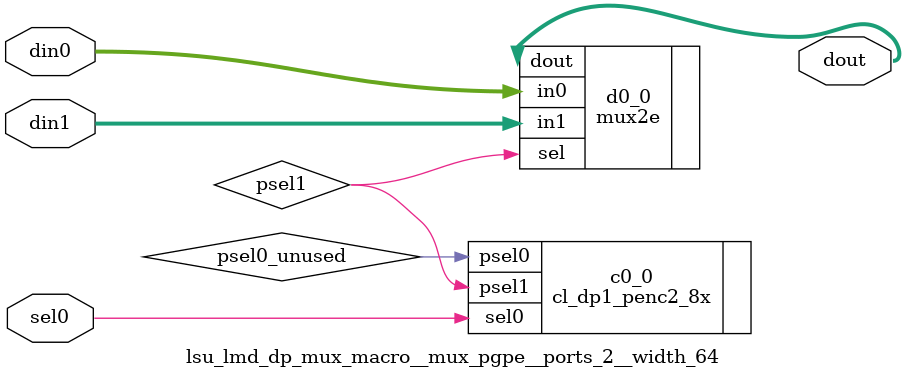
<source format=v>
module lsu_lmd_dp (
  lmc_lmq_enable_b, 
  lmc_lmq_bypass_en, 
  lmc_pcx_sel_p4, 
  lmc_byp_sel_e, 
  lmc_thrd_byp_sel_m, 
  lmc_lmq0_byp_sel, 
  lmc_lmq1_byp_sel, 
  lmc_lmq2_byp_sel, 
  lmc_lmq3_byp_sel, 
  lmc_lmq4_byp_sel, 
  lmc_lmq5_byp_sel, 
  lmc_lmq6_byp_sel, 
  lmc_lmq7_byp_sel, 
  lmc_bld_addr54, 
  lmc_bld_req, 
  lmc_bld_req_, 
  lmc_lmd_ncache_b, 
  lmc_rd_update, 
  lmc_ld_unfilled, 
  lmc_bist_or_diag_e, 
  lmc_byp_data_hi, 
  lmc_byp_data_enable, 
  dcc_ld_miss_ctl, 
  dcc_perr_enc_b, 
  dcc_l2fill_vld_m, 
  dcc_cache_diag_wr_b, 
  stb_ram_data, 
  ard_pid_data, 
  stb_st_addr_b, 
  sbd_st_addr_b, 
  sbd_st_data_b, 
  stb_ldxa_asi_data_w, 
  lsu_va_b, 
  lsu_va_w, 
  cid_fill_data_e, 
  cid_st_data_sel, 
  cid_tid, 
  lsu_cpx_cpkt, 
  dcs_ldxa_asi_data_w, 
  cic_diag_data_sel_e, 
  mbi_wdata, 
  lmc_mbi_run, 
  lmd_addrb2, 
  lmd_asi_ld, 
  lmd_asi_indet, 
  lmd_sec_cmp_b, 
  lmd_ld_addr_m, 
  lmd_fill_sz_b0_e, 
  lmd_bendian_m, 
  lmd_sxt_fsr_m, 
  lmd_fill_way_e, 
  lmd_fill_way_m, 
  lmd_sz_m, 
  lmd_fpld_m, 
  lmd_rd_e, 
  lmd_rd_m, 
  lmd_fpodd32b_m, 
  lmd_fp32b_m, 
  lmd_bypass_data_m, 
  lmd_fill_data_e, 
  lmd_fill_or_byp_data_m, 
  lmd_misc_msb_m, 
  lmd_fill_addr_e, 
  lmd_fill_addr_m, 
  lmd_wrtag_parity_e, 
  lmd_pcx_rqtyp, 
  lmd_pcx_nc, 
  lmd_pcx_pref, 
  lmd_pcx_rway, 
  lmd_pcx_addr, 
  lmd_asi_rngf, 
  lmd_asi_type, 
  lmd_asi_asi, 
  lmd_sz_b1, 
  lmd_sz_b0, 
  lmd_ldbl, 
  lmd_dc_err_e, 
  lsu_ifu_ld_index, 
  lsu_ext_int_type, 
  lsu_ext_int_vec, 
  lsu_ext_int_tid, 
  l2clk, 
  scan_in, 
  tcu_pce_ov, 
  tcu_scan_en, 
  spc_aclk, 
  spc_bclk, 
  scan_out);
wire stop;
wire se;
wire pce_ov;
wire siclk;
wire soclk;
wire [39:0] ld_addr_b;
wire [12:11] lsu_va_b_unused;
wire wrtag_parity_b;
wire [63:0] ld_miss_pkt;
wire ctl_unused;
wire [63:0] lmq7_pkt;
wire [63:0] lmq6_pkt;
wire [63:0] lmq5_pkt;
wire [63:0] lmq4_pkt;
wire [63:0] lmq3_pkt;
wire [63:0] lmq2_pkt;
wire [63:0] lmq1_pkt;
wire [63:0] lmq0_pkt;
wire [2:0] rd7_plus1;
wire [2:0] rd6_plus1;
wire [2:0] rd5_plus1;
wire [2:0] rd4_plus1;
wire [2:0] rd3_plus1;
wire [2:0] rd2_plus1;
wire [2:0] rd1_plus1;
wire [2:0] rd0_plus1;
wire [63:0] rd_update_pkt0;
wire [63:0] rd_update_pkt1;
wire [63:0] rd_update_pkt2;
wire [63:0] rd_update_pkt3;
wire [63:0] rd_update_pkt4;
wire [63:0] rd_update_pkt5;
wire [63:0] rd_update_pkt6;
wire [63:0] rd_update_pkt7;
wire dff_lmq0_scanin;
wire dff_lmq0_scanout;
wire dff_lmq1_scanin;
wire dff_lmq1_scanout;
wire dff_lmq2_scanin;
wire dff_lmq2_scanout;
wire dff_lmq3_scanin;
wire dff_lmq3_scanout;
wire dff_lmq4_scanin;
wire dff_lmq4_scanout;
wire dff_lmq5_scanin;
wire dff_lmq5_scanout;
wire dff_lmq6_scanin;
wire dff_lmq6_scanout;
wire dff_lmq7_scanin;
wire dff_lmq7_scanout;
wire [10:5] ifu_ld_index;
wire [39:4] cmp_addr;
wire [7:0] sec_cmp_lo;
wire [7:0] sec_cmp_hi;
wire pcx_pkt_b55;
wire [49:0] pcx_pkt;
wire [5:4] pcx_addr;
wire [49:0] lmd_pcx_pkt;
wire lmd_fpodd32b_e;
wire lmd_fp32b_e;
wire lmd_fpld_e;
wire lmd_sxt_fsr_e;
wire lmd_bendian_e;
wire [4:0] rd_e;
wire [1:0] lmd_sz_e;
wire [2:0] ld_addr_e;
wire [44:0] lmq0_or_diag;
wire [44:0] lmd_muxdata_e;
wire [30:2] diag_data_w_buf;
wire [39:11] diag_addr_e;
wire wrtag_parity_w;
wire dff_lmq_data_m_scanin;
wire dff_lmq_data_m_scanout;
wire [63:0] st_data_b;
wire [63:0] stb_ram_data_buf;
wire [63:0] stb_ldxa_asi_data_w_buf;
wire [63:0] ard_pid_data_buf;
wire [63:0] dcs_ldxa_asi_data_w_buf;
wire dff_ldbyp0_scanin;
wire dff_ldbyp0_scanout;
wire [63:0] lmq0_bypass_data;
wire dff_ldbyp1_scanin;
wire dff_ldbyp1_scanout;
wire [63:0] lmq1_bypass_data;
wire dff_ldbyp2_scanin;
wire dff_ldbyp2_scanout;
wire [63:0] lmq2_bypass_data;
wire dff_ldbyp3_scanin;
wire dff_ldbyp3_scanout;
wire [63:0] lmq3_bypass_data;
wire dff_ldbyp4_scanin;
wire dff_ldbyp4_scanout;
wire [63:0] lmq4_bypass_data;
wire dff_ldbyp5_scanin;
wire dff_ldbyp5_scanout;
wire [63:0] lmq5_bypass_data;
wire dff_ldbyp6_scanin;
wire dff_ldbyp6_scanout;
wire [63:0] lmq6_bypass_data;
wire dff_ldbyp7_scanin;
wire dff_ldbyp7_scanout;
wire [63:0] lmq7_bypass_data;
wire [63:0] bypass_data_m;
wire dff_st_data_w_scanin;
wire dff_st_data_w_scanout;
wire [63:0] diag_data_w;
wire [127:0] fill_data_e;
wire byp_half_sel_scanin;
wire byp_half_sel_scanout;
wire [63:0] fill_data_m;


input	[7:0]	lmc_lmq_enable_b;	// Load enables for LMQ flops (threaded)
input	[7:0]	lmc_lmq_bypass_en;	// Load enables for LMQ bypass registers
input	[7:0]	lmc_pcx_sel_p4;		// Mux the selected thread 
input	[7:0]	lmc_byp_sel_e;		// Thread select for fill/bypass
input	[7:0]	lmc_thrd_byp_sel_m;	// Thread select for bypass register
input	[4:0]	lmc_lmq0_byp_sel;	// source selects for load bypass registers
input	[4:0]	lmc_lmq1_byp_sel;	// source selects for load bypass registers
input	[4:0]	lmc_lmq2_byp_sel;	// source selects for load bypass registers
input	[4:0]	lmc_lmq3_byp_sel;	// source selects for load bypass registers
input	[4:0]	lmc_lmq4_byp_sel;	// source selects for load bypass registers
input	[4:0]	lmc_lmq5_byp_sel;	// source selects for load bypass registers
input	[4:0]	lmc_lmq6_byp_sel;	// source selects for load bypass registers
input	[4:0]	lmc_lmq7_byp_sel;	// source selects for load bypass registers
input	[1:0]	lmc_bld_addr54;		// Block load address modifier
input		lmc_bld_req;		// Current request is for block load
input		lmc_bld_req_;
input		lmc_lmd_ncache_b;
input	[7:0]	lmc_rd_update;
input	[7:0]	lmc_ld_unfilled;
input		lmc_bist_or_diag_e;
input		lmc_byp_data_hi;
input		lmc_byp_data_enable;

input	[60:40]	dcc_ld_miss_ctl;	// Load miss packet info
input	[1:0]	dcc_perr_enc_b;		// D$ parity error encoding
input		dcc_l2fill_vld_m;
input		dcc_cache_diag_wr_b;

input	[63:0]	stb_ram_data;		// stb data for RAW bypass
input	[63:0]	ard_pid_data;		// asi load data
input	[39:13]	stb_st_addr_b;		// should be equal to tlb_pgnum for normal loads
input	[12:11]	sbd_st_addr_b;
input	[63:0]	sbd_st_data_b;		// for CAS
input	[63:0]	stb_ldxa_asi_data_w;
input	[12:0]	lsu_va_b;
input	[12:3]	lsu_va_w;

input	[127:0]	cid_fill_data_e;	// cpx fill data
input		cid_st_data_sel;
input	[2:0]	cid_tid;
input	[8:6]	lsu_cpx_cpkt;

input	[63:0]	dcs_ldxa_asi_data_w;

input		cic_diag_data_sel_e;

input	[7:0]	mbi_wdata;
input		lmc_mbi_run;

output		lmd_addrb2;
output	[7:0]	lmd_asi_ld;		// ASI type flag for each thread
output	[7:0]	lmd_asi_indet;		// ASI type flag for each thread
output	[7:0]	lmd_sec_cmp_b;		// Secondary load indicators

// Data for fills and bypass
output	[2:0]	lmd_ld_addr_m;
output		lmd_fill_sz_b0_e;
output		lmd_bendian_m;		// Endian bit for load misses
output		lmd_sxt_fsr_m;		// Sign extend / LDFSR for load misses
output	[1:0]	lmd_fill_way_e;		// Replacement way for fill data write
output	[1:0]	lmd_fill_way_m;		// Replacement way for fill data write
output	[1:0]	lmd_sz_m;		// Size bits from LMQ
output		lmd_fpld_m;		// Load was floating point
output	[2:1]	lmd_rd_e;		// Dest. register address
output	[4:0]	lmd_rd_m;		// Dest. register address
output		lmd_fpodd32b_m;
output		lmd_fp32b_m;
output	[63:0]	lmd_bypass_data_m;
output	[127:0]	lmd_fill_data_e;
output	[63:0]	lmd_fill_or_byp_data_m;
output	[7:0]	lmd_misc_msb_m;
output	[39:3]	lmd_fill_addr_e;
output	[10:4]	lmd_fill_addr_m;
output		lmd_wrtag_parity_e;

output	[2:0]	lmd_pcx_rqtyp;
output		lmd_pcx_nc;
output		lmd_pcx_pref;
output	[1:0]	lmd_pcx_rway;
output	[39:0]	lmd_pcx_addr;
output		lmd_asi_rngf;
output	[1:0]	lmd_asi_type;
output	[7:0]	lmd_asi_asi;
output		lmd_sz_b1;
output		lmd_sz_b0;
output		lmd_ldbl;
output	[1:0]	lmd_dc_err_e;

output	[10:5]	lsu_ifu_ld_index;
output	[1:0]	lsu_ext_int_type;
output	[5:0]	lsu_ext_int_vec;
output	[2:0]	lsu_ext_int_tid;

// Globals
input		l2clk;
input 		scan_in;
input 		tcu_pce_ov;		// scan signals
input		tcu_scan_en;
input 		spc_aclk;
input 		spc_bclk;
output		scan_out;

// scan renames
assign stop = 1'b0;
// end scan

lsu_lmd_dp_buff_macro__dbuff_32x__rep_1__stack_none__width_4 test_rep0  (
	.din ({tcu_scan_en,tcu_pce_ov,spc_aclk,spc_bclk}),
	.dout({se,pce_ov,siclk,soclk})
);

`define LMQ_TPAR        61
`define LMQ_ASI 	60
`define LMQ_FPODD32 	59
`define LMQ_FP32 	58
`define LMQ_FPLD 	57
`define LMQ_SIGNEXT 	56
`define LMQ_BIGEND 	55
`define LMQ_RD_HI       54
`define LMQ_RD_LO       50
`define LMQ_LDD         49
`define LMQ_SZ_HI       48
`define LMQ_SZ_LO       47
`define LMQ_RQ_HI       46
`define LMQ_RQ_LO       44
`define LMQ_NC  	43
`define LMQ_PREF 	42
`define LMQ_WY_HI       41
`define LMQ_WY_LO       40
`define LMQ_AD_HI       39
`define LMQ_AD_LO       0
`define LMQ_ASI_IND	56
`define LMQ_ASI_TYPE	48
`define LMQ_ASI_HI	47
`define LMQ_ASI_LO	40

////////////////////////////////////////////////////////////////////////////////
// Format of the load miss buffer
//
// MEM format
//
// 63:62 - parity error info
// 61    - wrtag_parity
// 60    - ASI			- (==0 for memory access)
// 59    - fpodd32		- 32 bit fp load to odd Rd
// 58    - fp32			- 32 bit fp load
// 57    - fp_ld		- load is floating point
// 56    - sign_ext/fsr		- data requires sign extension or is LDFSR
// 55    - bendian		- big endian access
// 54:50 - rd[4:0]		- destination register
// 49	 - ldst_dbl		- instruction is LDD (requires two returns)
// 48:47 - sz[1:0]		- size
// 46:44 - rqtyp[2:0]		- request type
// 43    - nc			- non-cacheable load
// 42    - prefetch		- prefetch instruction
// 41:40 - way[1:0]		- replacement way
// 39:13 - pgnum[39:13]		- translated addr.
// 12:0  - va[12:0]		-
//
// ASI format
//
// 63:62 - unused
// 61    - unused
// 60    - ASI			- (==1 for ASI access)
// 59:57 - unused
// 56    - indeterminate flag
// 55    - fast/local ring	- 1=fast
// 54:50 - rd[4:0]
// 49:48 - ASI type (00-ASI,01-ASR,10-PR,11-HPR)
// 47:40 - ASI
// 39:0  - address

lsu_lmd_dp_buff_macro__rep_1__stack_64c__width_40 ld_addr_buf   (
	.din	({stb_st_addr_b[39:13],sbd_st_addr_b[12:11],lsu_va_b[10:0]}),
	.dout	(ld_addr_b[39:0])
);

// Leave lsu_va_b[12:11] at this level because verfication bench needs it.
assign lsu_va_b_unused[12:11] = lsu_va_b[12:11];

////////////////////////////////////////////////////////////////////////////////
// LMQ flops.  One for each thread.
////////////////////////////////////////////////////////////////////////////////

// Miss packet construction

lsu_lmd_dp_buff_macro__dbuff_32x__rep_1__stack_24c__width_24 miss_pkt_buf    (
	.din	({dcc_perr_enc_b[1:0],wrtag_parity_b,dcc_ld_miss_ctl[60:44],lmc_lmd_ncache_b,dcc_ld_miss_ctl[42:40]}),
	.dout	(ld_miss_pkt[63:40])
);
assign ctl_unused=dcc_ld_miss_ctl[43];

assign ld_miss_pkt[39:0] = ld_addr_b[39:0];

lsu_lmd_dp_prty_macro__width_32 wrtag_prty  (
	.din	({ld_miss_pkt[39:32],3'b000,ld_miss_pkt[31:11]}),
	.dout	(wrtag_parity_b)
);

// Library incrementer is too big and is more than I need.  Build a simple one for each thread.

lsu_lmd_dp_inv_macro__width_8 rd_incr0  (
	.din	({lmq7_pkt[`LMQ_RD_LO],lmq6_pkt[`LMQ_RD_LO],lmq5_pkt[`LMQ_RD_LO],lmq4_pkt[`LMQ_RD_LO],
		  lmq3_pkt[`LMQ_RD_LO],lmq2_pkt[`LMQ_RD_LO],lmq1_pkt[`LMQ_RD_LO],lmq0_pkt[`LMQ_RD_LO]}),
	.dout	({rd7_plus1[0],rd6_plus1[0],rd5_plus1[0],rd4_plus1[0],rd3_plus1[0],rd2_plus1[0],rd1_plus1[0],rd0_plus1[0]})
);

lsu_lmd_dp_xor_macro__ports_2__width_8 rd_incr1   (
	.din0	({lmq7_pkt[`LMQ_RD_LO],lmq6_pkt[`LMQ_RD_LO],lmq5_pkt[`LMQ_RD_LO],lmq4_pkt[`LMQ_RD_LO],
		  lmq3_pkt[`LMQ_RD_LO],lmq2_pkt[`LMQ_RD_LO],lmq1_pkt[`LMQ_RD_LO],lmq0_pkt[`LMQ_RD_LO]}),
	.din1	({lmq7_pkt[`LMQ_RD_LO + 1],lmq6_pkt[`LMQ_RD_LO + 1],lmq5_pkt[`LMQ_RD_LO + 1],lmq4_pkt[`LMQ_RD_LO + 1],
		  lmq3_pkt[`LMQ_RD_LO + 1],lmq2_pkt[`LMQ_RD_LO + 1],lmq1_pkt[`LMQ_RD_LO + 1],lmq0_pkt[`LMQ_RD_LO + 1]}),
	.dout	({rd7_plus1[1],rd6_plus1[1],rd5_plus1[1],rd4_plus1[1],rd3_plus1[1],rd2_plus1[1],rd1_plus1[1],rd0_plus1[1]})
);



lsu_lmd_dp_mux_macro__buffsel_none__mux_aonpe__ports_2__width_1 rd_incr2_0     (
	.din0	(lmq0_pkt[`LMQ_RD_LO]),
	.sel0	(lmq0_pkt[`LMQ_RD_LO + 1]),
	.din1	(lmq0_pkt[`LMQ_RD_LO + 2]),
	.sel1	(1'b1),
	.dout	(rd0_plus1[2])
);

lsu_lmd_dp_mux_macro__buffsel_none__mux_aonpe__ports_2__width_1 rd_incr2_1     (
	.din0	(lmq1_pkt[`LMQ_RD_LO]),
	.sel0	(lmq1_pkt[`LMQ_RD_LO + 1]),
	.din1	(lmq1_pkt[`LMQ_RD_LO + 2]),
	.sel1	(1'b1),
	.dout	(rd1_plus1[2])
);

lsu_lmd_dp_mux_macro__buffsel_none__mux_aonpe__ports_2__width_1 rd_incr2_2     (
	.din0	(lmq2_pkt[`LMQ_RD_LO]),
	.sel0	(lmq2_pkt[`LMQ_RD_LO + 1]),
	.din1	(lmq2_pkt[`LMQ_RD_LO + 2]),
	.sel1	(1'b1),
	.dout	(rd2_plus1[2])
);

lsu_lmd_dp_mux_macro__buffsel_none__mux_aonpe__ports_2__width_1 rd_incr2_3     (
	.din0	(lmq3_pkt[`LMQ_RD_LO]),
	.sel0	(lmq3_pkt[`LMQ_RD_LO + 1]),
	.din1	(lmq3_pkt[`LMQ_RD_LO + 2]),
	.sel1	(1'b1),
	.dout	(rd3_plus1[2])
);

lsu_lmd_dp_mux_macro__buffsel_none__mux_aonpe__ports_2__width_1 rd_incr2_4     (
	.din0	(lmq4_pkt[`LMQ_RD_LO]),
	.sel0	(lmq4_pkt[`LMQ_RD_LO + 1]),
	.din1	(lmq4_pkt[`LMQ_RD_LO + 2]),
	.sel1	(1'b1),
	.dout	(rd4_plus1[2])
);

lsu_lmd_dp_mux_macro__buffsel_none__mux_aonpe__ports_2__width_1 rd_incr2_5     (
	.din0	(lmq5_pkt[`LMQ_RD_LO]),
	.sel0	(lmq5_pkt[`LMQ_RD_LO + 1]),
	.din1	(lmq5_pkt[`LMQ_RD_LO + 2]),
	.sel1	(1'b1),
	.dout	(rd5_plus1[2])
);

lsu_lmd_dp_mux_macro__buffsel_none__mux_aonpe__ports_2__width_1 rd_incr2_6     (
	.din0	(lmq6_pkt[`LMQ_RD_LO]),
	.sel0	(lmq6_pkt[`LMQ_RD_LO + 1]),
	.din1	(lmq6_pkt[`LMQ_RD_LO + 2]),
	.sel1	(1'b1),
	.dout	(rd6_plus1[2])
);

lsu_lmd_dp_mux_macro__buffsel_none__mux_aonpe__ports_2__width_1 rd_incr2_7     (
	.din0	(lmq7_pkt[`LMQ_RD_LO]),
	.sel0	(lmq7_pkt[`LMQ_RD_LO + 1]),
	.din1	(lmq7_pkt[`LMQ_RD_LO + 2]),
	.sel1	(1'b1),
	.dout	(rd7_plus1[2])
);



assign rd_update_pkt0[63:0] = {lmq0_pkt[63:53],rd0_plus1[2:0],lmq0_pkt[49:0]};
assign rd_update_pkt1[63:0] = {lmq1_pkt[63:53],rd1_plus1[2:0],lmq1_pkt[49:0]};
assign rd_update_pkt2[63:0] = {lmq2_pkt[63:53],rd2_plus1[2:0],lmq2_pkt[49:0]};
assign rd_update_pkt3[63:0] = {lmq3_pkt[63:53],rd3_plus1[2:0],lmq3_pkt[49:0]};
assign rd_update_pkt4[63:0] = {lmq4_pkt[63:53],rd4_plus1[2:0],lmq4_pkt[49:0]};
assign rd_update_pkt5[63:0] = {lmq5_pkt[63:53],rd5_plus1[2:0],lmq5_pkt[49:0]};
assign rd_update_pkt6[63:0] = {lmq6_pkt[63:53],rd6_plus1[2:0],lmq6_pkt[49:0]};
assign rd_update_pkt7[63:0] = {lmq7_pkt[63:53],rd7_plus1[2:0],lmq7_pkt[49:0]};

lsu_lmd_dp_msff_macro__mux_aope__ports_2__stack_64c__width_64 dff_lmq0      (
	.scan_in(dff_lmq0_scanin),
	.scan_out(dff_lmq0_scanout),
	.din0	(rd_update_pkt0[63:0]),
	.din1   (ld_miss_pkt[63:0]),
	.sel0	(lmc_rd_update[0]),
	.dout	(lmq0_pkt[63:0]),
	.clk    (l2clk),
	.en	(lmc_lmq_enable_b[0]),
  .se(se),
  .siclk(siclk),
  .soclk(soclk),
  .pce_ov(pce_ov),
  .stop(stop)
);
lsu_lmd_dp_msff_macro__mux_aope__ports_2__stack_64c__width_64 dff_lmq1      (
	.scan_in(dff_lmq1_scanin),
	.scan_out(dff_lmq1_scanout),
	.din0	(rd_update_pkt1[63:0]),
	.din1   (ld_miss_pkt[63:0]),
	.sel0	(lmc_rd_update[1]),
	.dout	(lmq1_pkt[63:0]),
	.clk    (l2clk),
	.en	(lmc_lmq_enable_b[1]),
  .se(se),
  .siclk(siclk),
  .soclk(soclk),
  .pce_ov(pce_ov),
  .stop(stop)
);
lsu_lmd_dp_msff_macro__mux_aope__ports_2__stack_64c__width_64 dff_lmq2      (
	.scan_in(dff_lmq2_scanin),
	.scan_out(dff_lmq2_scanout),
	.din0	(rd_update_pkt2[63:0]),
	.din1   (ld_miss_pkt[63:0]),
	.sel0	(lmc_rd_update[2]),
	.dout	(lmq2_pkt[63:0]),
	.clk    (l2clk),
	.en	(lmc_lmq_enable_b[2]),
  .se(se),
  .siclk(siclk),
  .soclk(soclk),
  .pce_ov(pce_ov),
  .stop(stop)
);
lsu_lmd_dp_msff_macro__mux_aope__ports_2__stack_64c__width_64 dff_lmq3      (
	.scan_in(dff_lmq3_scanin),
	.scan_out(dff_lmq3_scanout),
	.din0	(rd_update_pkt3[63:0]),
	.din1   (ld_miss_pkt[63:0]),
	.sel0	(lmc_rd_update[3]),
	.dout	(lmq3_pkt[63:0]),
	.clk    (l2clk),
	.en	(lmc_lmq_enable_b[3]),
  .se(se),
  .siclk(siclk),
  .soclk(soclk),
  .pce_ov(pce_ov),
  .stop(stop)
);
lsu_lmd_dp_msff_macro__mux_aope__ports_2__stack_64c__width_64 dff_lmq4      (
	.scan_in(dff_lmq4_scanin),
	.scan_out(dff_lmq4_scanout),
	.din0	(rd_update_pkt4[63:0]),
	.din1   (ld_miss_pkt[63:0]),
	.sel0	(lmc_rd_update[4]),
	.dout	(lmq4_pkt[63:0]),
	.clk    (l2clk),
	.en	(lmc_lmq_enable_b[4]),
  .se(se),
  .siclk(siclk),
  .soclk(soclk),
  .pce_ov(pce_ov),
  .stop(stop)
);
lsu_lmd_dp_msff_macro__mux_aope__ports_2__stack_64c__width_64 dff_lmq5      (
	.scan_in(dff_lmq5_scanin),
	.scan_out(dff_lmq5_scanout),
	.din0	(rd_update_pkt5[63:0]),
	.din1   (ld_miss_pkt[63:0]),
	.sel0	(lmc_rd_update[5]),
	.dout	(lmq5_pkt[63:0]),
	.clk    (l2clk),
	.en	(lmc_lmq_enable_b[5]),
  .se(se),
  .siclk(siclk),
  .soclk(soclk),
  .pce_ov(pce_ov),
  .stop(stop)
);
lsu_lmd_dp_msff_macro__mux_aope__ports_2__stack_64c__width_64 dff_lmq6      (
	.scan_in(dff_lmq6_scanin),
	.scan_out(dff_lmq6_scanout),
	.din0	(rd_update_pkt6[63:0]),
	.din1   (ld_miss_pkt[63:0]),
	.sel0	(lmc_rd_update[6]),
	.dout	(lmq6_pkt[63:0]),
	.clk    (l2clk),
	.en	(lmc_lmq_enable_b[6]),
  .se(se),
  .siclk(siclk),
  .soclk(soclk),
  .pce_ov(pce_ov),
  .stop(stop)
);
lsu_lmd_dp_msff_macro__mux_aope__ports_2__stack_64c__width_64 dff_lmq7      (
	.scan_in(dff_lmq7_scanin),
	.scan_out(dff_lmq7_scanout),
	.din0	(rd_update_pkt7[63:0]),
	.din1   (ld_miss_pkt[63:0]),
	.sel0	(lmc_rd_update[7]),
	.dout	(lmq7_pkt[63:0]),
	.clk    (l2clk),
	.en	(lmc_lmq_enable_b[7]),
  .se(se),
  .siclk(siclk),
  .soclk(soclk),
  .pce_ov(pce_ov),
  .stop(stop)
);

// Export ASI flags to LMQ control
lsu_lmd_dp_buff_macro__width_8 asi_ld_buf  (
	.din	({lmq7_pkt[`LMQ_ASI],lmq6_pkt[`LMQ_ASI],lmq5_pkt[`LMQ_ASI],lmq4_pkt[`LMQ_ASI],
		  lmq3_pkt[`LMQ_ASI],lmq2_pkt[`LMQ_ASI],lmq1_pkt[`LMQ_ASI],lmq0_pkt[`LMQ_ASI]}),
	.dout	(lmd_asi_ld[7:0])
);

// Export ASI indeterminate flags to LMQ control
lsu_lmd_dp_buff_macro__width_8 asi_indet_buf  (
	.din	({lmq7_pkt[`LMQ_ASI_IND],lmq6_pkt[`LMQ_ASI_IND],lmq5_pkt[`LMQ_ASI_IND],lmq4_pkt[`LMQ_ASI_IND],
		  lmq3_pkt[`LMQ_ASI_IND],lmq2_pkt[`LMQ_ASI_IND],lmq1_pkt[`LMQ_ASI_IND],lmq0_pkt[`LMQ_ASI_IND]}),
	.dout	(lmd_asi_indet[7:0])
);

// Mux out the index of the load miss address for I$ to use for xinval
lsu_lmd_dp_mux_macro__mux_aodec__ports_8__stack_6l__width_6 xinval_indx_mx     (
	.din0	(lmq0_pkt[10:5]),
	.din1	(lmq1_pkt[10:5]),
	.din2	(lmq2_pkt[10:5]),
	.din3	(lmq3_pkt[10:5]),
	.din4	(lmq4_pkt[10:5]),
	.din5	(lmq5_pkt[10:5]),
	.din6	(lmq6_pkt[10:5]),
	.din7	(lmq7_pkt[10:5]),
	.sel	(lsu_cpx_cpkt[8:6]),
	.dout	(ifu_ld_index[10:5])
);
lsu_lmd_dp_buff_macro__stack_6l__width_6 xinval_indx_buf   (
	.din	(ifu_ld_index[10:5]),
	.dout	(lsu_ifu_ld_index[10:5])
);

////////////////////////////////////////////////////////////////////////////////
// Secondary miss comparators
////////////////////////////////////////////////////////////////////////////////

assign cmp_addr[39:4] = ld_addr_b[39:4];

lsu_lmd_dp_cmp_macro__width_32 cmp_sec_lo_0  (
	.din0	({4'b0000,cmp_addr[31:4]}),
	.din1	({4'b0000,lmq0_pkt[31:4]}),
	.dout	(sec_cmp_lo[0])
);
lsu_lmd_dp_cmp_macro__width_8 cmp_sec_hi_0  (
	.din0	(cmp_addr[39:32]),
	.din1	(lmq0_pkt[39:32]),
	.dout	(sec_cmp_hi[0])
);
lsu_lmd_dp_and_macro__ports_3__width_1 cmp_sec_cmp_0   (
	.din0	(sec_cmp_lo[0]),
	.din1	(sec_cmp_hi[0]),
	.din2	(lmc_ld_unfilled[0]),
	.dout	(lmd_sec_cmp_b[0])
);

lsu_lmd_dp_cmp_macro__width_32 cmp_sec_lo_1  (
	.din0	({4'b0000,cmp_addr[31:4]}),
	.din1	({4'b0000,lmq1_pkt[31:4]}),
	.dout	(sec_cmp_lo[1])
);
lsu_lmd_dp_cmp_macro__width_8 cmp_sec_hi_1  (
	.din0	(cmp_addr[39:32]),
	.din1	(lmq1_pkt[39:32]),
	.dout	(sec_cmp_hi[1])
);
lsu_lmd_dp_and_macro__ports_3__width_1 cmp_sec_cmp_1   (
	.din0	(sec_cmp_lo[1]),
	.din1	(sec_cmp_hi[1]),
	.din2	(lmc_ld_unfilled[1]),
	.dout	(lmd_sec_cmp_b[1])
);

lsu_lmd_dp_cmp_macro__width_32 cmp_sec_lo_2  (
	.din0	({4'b0000,cmp_addr[31:4]}),
	.din1	({4'b0000,lmq2_pkt[31:4]}),
	.dout	(sec_cmp_lo[2])
);
lsu_lmd_dp_cmp_macro__width_8 cmp_sec_hi_2  (
	.din0	(cmp_addr[39:32]),
	.din1	(lmq2_pkt[39:32]),
	.dout	(sec_cmp_hi[2])
);
lsu_lmd_dp_and_macro__ports_3__width_1 cmp_sec_cmp_2   (
	.din0	(sec_cmp_lo[2]),
	.din1	(sec_cmp_hi[2]),
	.din2	(lmc_ld_unfilled[2]),
	.dout	(lmd_sec_cmp_b[2])
);

lsu_lmd_dp_cmp_macro__width_32 cmp_sec_lo_3  (
	.din0	({4'b0000,cmp_addr[31:4]}),
	.din1	({4'b0000,lmq3_pkt[31:4]}),
	.dout	(sec_cmp_lo[3])
);
lsu_lmd_dp_cmp_macro__width_8 cmp_sec_hi_3  (
	.din0	(cmp_addr[39:32]),
	.din1	(lmq3_pkt[39:32]),
	.dout	(sec_cmp_hi[3])
);
lsu_lmd_dp_and_macro__ports_3__width_1 cmp_sec_cmp_3   (
	.din0	(sec_cmp_lo[3]),
	.din1	(sec_cmp_hi[3]),
	.din2	(lmc_ld_unfilled[3]),
	.dout	(lmd_sec_cmp_b[3])
);

lsu_lmd_dp_cmp_macro__width_32 cmp_sec_lo_4  (
	.din0	({4'b0000,cmp_addr[31:4]}),
	.din1	({4'b0000,lmq4_pkt[31:4]}),
	.dout	(sec_cmp_lo[4])
);
lsu_lmd_dp_cmp_macro__width_8 cmp_sec_hi_4  (
	.din0	(cmp_addr[39:32]),
	.din1	(lmq4_pkt[39:32]),
	.dout	(sec_cmp_hi[4])
);
lsu_lmd_dp_and_macro__ports_3__width_1 cmp_sec_cmp_4   (
	.din0	(sec_cmp_lo[4]),
	.din1	(sec_cmp_hi[4]),
	.din2	(lmc_ld_unfilled[4]),
	.dout	(lmd_sec_cmp_b[4])
);

lsu_lmd_dp_cmp_macro__width_32 cmp_sec_lo_5  (
	.din0	({4'b0000,cmp_addr[31:4]}),
	.din1	({4'b0000,lmq5_pkt[31:4]}),
	.dout	(sec_cmp_lo[5])
);
lsu_lmd_dp_cmp_macro__width_8 cmp_sec_hi_5  (
	.din0	(cmp_addr[39:32]),
	.din1	(lmq5_pkt[39:32]),
	.dout	(sec_cmp_hi[5])
);
lsu_lmd_dp_and_macro__ports_3__width_1 cmp_sec_cmp_5   (
	.din0	(sec_cmp_lo[5]),
	.din1	(sec_cmp_hi[5]),
	.din2	(lmc_ld_unfilled[5]),
	.dout	(lmd_sec_cmp_b[5])
);

lsu_lmd_dp_cmp_macro__width_32 cmp_sec_lo_6  (
	.din0	({4'b0000,cmp_addr[31:4]}),
	.din1	({4'b0000,lmq6_pkt[31:4]}),
	.dout	(sec_cmp_lo[6])
);
lsu_lmd_dp_cmp_macro__width_8 cmp_sec_hi_6  (
	.din0	(cmp_addr[39:32]),
	.din1	(lmq6_pkt[39:32]),
	.dout	(sec_cmp_hi[6])
);
lsu_lmd_dp_and_macro__ports_3__width_1 cmp_sec_cmp_6   (
	.din0	(sec_cmp_lo[6]),
	.din1	(sec_cmp_hi[6]),
	.din2	(lmc_ld_unfilled[6]),
	.dout	(lmd_sec_cmp_b[6])
);

lsu_lmd_dp_cmp_macro__width_32 cmp_sec_lo_7  (
	.din0	({4'b0000,cmp_addr[31:4]}),
	.din1	({4'b0000,lmq7_pkt[31:4]}),
	.dout	(sec_cmp_lo[7])
);
lsu_lmd_dp_cmp_macro__width_8 cmp_sec_hi_7  (
	.din0	(cmp_addr[39:32]),
	.din1	(lmq7_pkt[39:32]),
	.dout	(sec_cmp_hi[7])
);
lsu_lmd_dp_and_macro__ports_3__width_1 cmp_sec_cmp_7   (
	.din0	(sec_cmp_lo[7]),
	.din1	(sec_cmp_hi[7]),
	.din2	(lmc_ld_unfilled[7]),
	.dout	(lmd_sec_cmp_b[7])
);

////////////////////////////////////////////////////////////////////////////////
// Select one thread to issue to the pcx or asi interface
////////////////////////////////////////////////////////////////////////////////

lsu_lmd_dp_mux_macro__mux_aonpe__ports_8__stack_64c__width_51 lmq_pcx_mux      (
	.din0	({lmq0_pkt[55],lmq0_pkt[49:0]}),
	.din1	({lmq1_pkt[55],lmq1_pkt[49:0]}),
	.din2	({lmq2_pkt[55],lmq2_pkt[49:0]}),
	.din3	({lmq3_pkt[55],lmq3_pkt[49:0]}),
	.din4	({lmq4_pkt[55],lmq4_pkt[49:0]}),
	.din5	({lmq5_pkt[55],lmq5_pkt[49:0]}),
	.din6	({lmq6_pkt[55],lmq6_pkt[49:0]}),
	.din7	({lmq7_pkt[55],lmq7_pkt[49:0]}),
	.sel0	(lmc_pcx_sel_p4[0]),
	.sel1	(lmc_pcx_sel_p4[1]),
	.sel2	(lmc_pcx_sel_p4[2]),
	.sel3	(lmc_pcx_sel_p4[3]),
	.sel4	(lmc_pcx_sel_p4[4]),
	.sel5	(lmc_pcx_sel_p4[5]),
	.sel6	(lmc_pcx_sel_p4[6]),
	.sel7	(lmc_pcx_sel_p4[7]),
	.dout	({pcx_pkt_b55,pcx_pkt[49:6],pcx_addr[5:4],pcx_pkt[3:0]})
);

lsu_lmd_dp_buff_macro__stack_64c__width_51 lmq_pcx_buf    (
	.din	({pcx_pkt_b55,pcx_pkt[49:0]}),
	.dout	({lmd_asi_rngf,lmd_pcx_pkt[49:0]})
);

assign lmd_pcx_rqtyp[2:0] = lmd_pcx_pkt[`LMQ_RQ_HI:`LMQ_RQ_LO];		// 46:44
assign lmd_pcx_nc         = lmd_pcx_pkt[`LMQ_NC];			// 43
assign lmd_pcx_pref       = lmd_pcx_pkt[`LMQ_PREF];			// 42
assign lmd_pcx_rway[1:0]  = lmd_pcx_pkt[`LMQ_WY_HI:`LMQ_WY_LO];		// 41:40
assign lmd_pcx_addr[39:0] = lmd_pcx_pkt[`LMQ_AD_HI:`LMQ_AD_LO];		// 39:0
assign lmd_asi_type[1:0]  = lmd_pcx_pkt[`LMQ_ASI_TYPE + 1:`LMQ_ASI_TYPE];	// 49:48
assign lmd_ldbl           = lmd_pcx_pkt[`LMQ_LDD];			// 49
assign lmd_asi_asi[7:0]   = lmd_pcx_pkt[`LMQ_ASI_HI:`LMQ_ASI_LO];	// 47:40
assign lmd_sz_b1	  = lmd_pcx_pkt[`LMQ_SZ_LO + 1];		// 48
assign lmd_sz_b0	  = lmd_pcx_pkt[`LMQ_SZ_LO];			// 47


assign lmd_addrb2 = lmd_pcx_pkt[2];

lsu_lmd_dp_mux_macro__buffsel_none__mux_aonpe__ports_2__stack_64c__width_2 bld_addr_mux       (
	.din0	(lmc_bld_addr54[1:0]),
	.din1	(pcx_addr[5:4]),
	.sel0	(lmc_bld_req),
	.sel1	(lmc_bld_req_),
	.dout	(pcx_pkt[5:4])
);

////////////////////////////////////////////////////////////////////////////////
// Data for fills and bypass
////////////////////////////////////////////////////////////////////////////////

lsu_lmd_dp_mux_macro__dbuff_32x__dmux_4x__mux_aonpe__ports_8__stack_64c__width_15 lmq_data_mux_e       (
	.din0	({lmq0_pkt[59:50],lmq0_pkt[48:47],lmq0_pkt[2:0]}),
	.din1	({lmq1_pkt[59:50],lmq1_pkt[48:47],lmq1_pkt[2:0]}),
	.din2	({lmq2_pkt[59:50],lmq2_pkt[48:47],lmq2_pkt[2:0]}),
	.din3	({lmq3_pkt[59:50],lmq3_pkt[48:47],lmq3_pkt[2:0]}),
	.din4	({lmq4_pkt[59:50],lmq4_pkt[48:47],lmq4_pkt[2:0]}),
	.din5	({lmq5_pkt[59:50],lmq5_pkt[48:47],lmq5_pkt[2:0]}),
	.din6	({lmq6_pkt[59:50],lmq6_pkt[48:47],lmq6_pkt[2:0]}),
	.din7	({lmq7_pkt[59:50],lmq7_pkt[48:47],lmq7_pkt[2:0]}),
	.sel0	(lmc_byp_sel_e[0]),
	.sel1	(lmc_byp_sel_e[1]),
	.sel2	(lmc_byp_sel_e[2]),
	.sel3	(lmc_byp_sel_e[3]),
	.sel4	(lmc_byp_sel_e[4]),
	.sel5	(lmc_byp_sel_e[5]),
	.sel6	(lmc_byp_sel_e[6]),
	.sel7	(lmc_byp_sel_e[7]),
	.dout	({lmd_fpodd32b_e,lmd_fp32b_e,lmd_fpld_e,lmd_sxt_fsr_e,lmd_bendian_e,
		  rd_e[4:0],lmd_sz_e[1:0],ld_addr_e[2:0]})
);

lsu_lmd_dp_mux_macro__mux_aodec__ports_8__width_45 lmq_mux_e    (
	.din0	(lmq0_or_diag[44:0]),
	.din1	({lmq1_pkt[63:62],lmq1_pkt[`LMQ_TPAR],lmq1_pkt[`LMQ_RD_LO + 2:`LMQ_RD_LO + 1],
		  lmq1_pkt[`LMQ_SZ_LO],lmq1_pkt[`LMQ_WY_HI:`LMQ_WY_LO],lmq1_pkt[39:3]}),
	.din2	({lmq2_pkt[63:62],lmq2_pkt[`LMQ_TPAR],lmq2_pkt[`LMQ_RD_LO + 2:`LMQ_RD_LO + 1],
		  lmq2_pkt[`LMQ_SZ_LO],lmq2_pkt[`LMQ_WY_HI:`LMQ_WY_LO],lmq2_pkt[39:3]}),
	.din3	({lmq3_pkt[63:62],lmq3_pkt[`LMQ_TPAR],lmq3_pkt[`LMQ_RD_LO + 2:`LMQ_RD_LO + 1],
		  lmq3_pkt[`LMQ_SZ_LO],lmq3_pkt[`LMQ_WY_HI:`LMQ_WY_LO],lmq3_pkt[39:3]}),
	.din4	({lmq4_pkt[63:62],lmq4_pkt[`LMQ_TPAR],lmq4_pkt[`LMQ_RD_LO + 2:`LMQ_RD_LO + 1],
		  lmq4_pkt[`LMQ_SZ_LO],lmq4_pkt[`LMQ_WY_HI:`LMQ_WY_LO],lmq4_pkt[39:3]}),
	.din5	({lmq5_pkt[63:62],lmq5_pkt[`LMQ_TPAR],lmq5_pkt[`LMQ_RD_LO + 2:`LMQ_RD_LO + 1],
		  lmq5_pkt[`LMQ_SZ_LO],lmq5_pkt[`LMQ_WY_HI:`LMQ_WY_LO],lmq5_pkt[39:3]}),
	.din6	({lmq6_pkt[63:62],lmq6_pkt[`LMQ_TPAR],lmq6_pkt[`LMQ_RD_LO + 2:`LMQ_RD_LO + 1],
		  lmq6_pkt[`LMQ_SZ_LO],lmq6_pkt[`LMQ_WY_HI:`LMQ_WY_LO],lmq6_pkt[39:3]}),
	.din7	({lmq7_pkt[63:62],lmq7_pkt[`LMQ_TPAR],lmq7_pkt[`LMQ_RD_LO + 2:`LMQ_RD_LO + 1],
		  lmq7_pkt[`LMQ_SZ_LO],lmq7_pkt[`LMQ_WY_HI:`LMQ_WY_LO],lmq7_pkt[39:3]}),
	.sel	(cid_tid[2:0]),
	.dout	(lmd_muxdata_e[44:0])
);

// Must mux in bist and diag write data for tag portion
lsu_lmd_dp_mux_macro__left_11__mux_aope__ports_2__stack_64c__width_29 bist_mx      (
	.din0	({mbi_wdata[4:0],{3{mbi_wdata[7:0]}}}),
	.din1	(diag_data_w_buf[30:2]),
	.sel0	(lmc_mbi_run),
	.dout	(diag_addr_e[39:11])
);
assign lmq0_or_diag[44:43] = lmq0_pkt[63:62];
assign lmq0_or_diag[41:39] = {lmq0_pkt[`LMQ_RD_LO + 2:`LMQ_RD_LO + 1],lmq0_pkt[`LMQ_SZ_LO]};

lsu_lmd_dp_mux_macro__left_3__mux_aope__ports_2__stack_64c__width_40 diag_mx      (
	.din0	({wrtag_parity_w,lsu_va_w[12:11],diag_addr_e[39:11],lsu_va_w[10:3]}),
	.din1	({lmq0_pkt[`LMQ_TPAR],lmq0_pkt[`LMQ_WY_HI:`LMQ_WY_LO],lmq0_pkt[39:3]}),
	.sel0	(lmc_bist_or_diag_e),
	.dout	({lmq0_or_diag[42],lmq0_or_diag[38:0]})
);

lsu_lmd_dp_buff_macro__width_45 lmq_buf_e  (
	.din	(lmd_muxdata_e[44:0]),
	.dout	({lmd_dc_err_e[1:0],lmd_wrtag_parity_e,lmd_rd_e[2:1],lmd_fill_sz_b0_e,
		  lmd_fill_way_e[1:0], lmd_fill_addr_e[39:3]})
);

lsu_lmd_dp_msff_macro__stack_64c__width_25 dff_lmq_data_m    (
	.scan_in(dff_lmq_data_m_scanin),
	.scan_out(dff_lmq_data_m_scanout),
	.din    ({wrtag_parity_b,
		  lmd_fpodd32b_e,lmd_fp32b_e,lmd_fpld_e,lmd_sxt_fsr_e,lmd_bendian_e,
                      rd_e[4:0],lmd_sz_e[1:0],lmd_fill_way_e[1:0],lmd_fill_addr_e[10:4],ld_addr_e[2:0]}),
	.dout	({wrtag_parity_w,
		  lmd_fpodd32b_m,lmd_fp32b_m,lmd_fpld_m,lmd_sxt_fsr_m,lmd_bendian_m,
                  lmd_rd_m[4:0],lmd_sz_m[1:0],lmd_fill_way_m[1:0],lmd_fill_addr_m[10:4],lmd_ld_addr_m[2:0]}),
	.clk    (l2clk),
	.en	(1'b1),
  .se(se),
  .siclk(siclk),
  .soclk(soclk),
  .pce_ov(pce_ov),
  .stop(stop)
);

////////////////////////////////////////////////////////////////////////////////
// Load data bypassing
// Bypass registers can hold the following data
// 0 - swap data for CAS instructions
// 1 - load data for ASI ring operations
// 2 - RAW bypass data from STB
// 3 - load data for LSU ASI registers (non-STB)
// 4 - load data for LSU ASI registers (STB)
// 5 - parity update for STB CAM read
////////////////////////////////////////////////////////////////////////////////

// These come from the other side of LSU so buffer off the load of the eight muxes
lsu_lmd_dp_buff_macro__rep_1__width_64 st_data_buf  (
	.din	(sbd_st_data_b[63:0]),
	.dout	(st_data_b[63:0])
);
lsu_lmd_dp_buff_macro__rep_1__width_64 buf_stb_ram_data  (
	.din	(stb_ram_data[63:0]),
	.dout	(stb_ram_data_buf[63:0])
);
lsu_lmd_dp_buff_macro__rep_1__width_64 buf_stb_asi_data  (
	.din	(stb_ldxa_asi_data_w[63:0]),
	.dout	(stb_ldxa_asi_data_w_buf[63:0])
);
lsu_lmd_dp_buff_macro__rep_1__width_64 buf_ard_pid_data  (
	.din	(ard_pid_data[63:0]),
	.dout	(ard_pid_data_buf[63:0])
);

// Rebuffer for the load of the eight muxes
lsu_lmd_dp_buff_macro__rep_1__width_64 buf_dcs_asi_data  (
	.din	(dcs_ldxa_asi_data_w[63:0]),
	.dout	(dcs_ldxa_asi_data_w_buf[63:0])
);

lsu_lmd_dp_msff_macro__mux_aonpe__ports_5__stack_64c__width_64 dff_ldbyp0      (
	.scan_in(dff_ldbyp0_scanin),
	.scan_out(dff_ldbyp0_scanout),
	.din0	(st_data_b[63:0]),
	.din1	(ard_pid_data_buf[63:0]),
	.din2	(stb_ram_data_buf[63:0]),
	.din3	(dcs_ldxa_asi_data_w_buf[63:0]),
	.din4	(stb_ldxa_asi_data_w_buf[63:0]),
	.sel0	(lmc_lmq0_byp_sel[0]),
	.sel1	(lmc_lmq0_byp_sel[1]),
	.sel2	(lmc_lmq0_byp_sel[2]),
	.sel3	(lmc_lmq0_byp_sel[3]),
	.sel4	(lmc_lmq0_byp_sel[4]),
	.dout	(lmq0_bypass_data[63:0]),
	.clk	(l2clk),
	.en	(lmc_lmq_bypass_en[0]),
  .se(se),
  .siclk(siclk),
  .soclk(soclk),
  .pce_ov(pce_ov),
  .stop(stop)
);

lsu_lmd_dp_msff_macro__mux_aonpe__ports_5__stack_64c__width_64 dff_ldbyp1      (
	.scan_in(dff_ldbyp1_scanin),
	.scan_out(dff_ldbyp1_scanout),
	.din0	(st_data_b[63:0]),
	.din1	(ard_pid_data_buf[63:0]),
	.din2	(stb_ram_data_buf[63:0]),
	.din3	(dcs_ldxa_asi_data_w_buf[63:0]),
	.din4	(stb_ldxa_asi_data_w_buf[63:0]),
	.sel0	(lmc_lmq1_byp_sel[0]),
	.sel1	(lmc_lmq1_byp_sel[1]),
	.sel2	(lmc_lmq1_byp_sel[2]),
	.sel3	(lmc_lmq1_byp_sel[3]),
	.sel4	(lmc_lmq1_byp_sel[4]),
	.dout	(lmq1_bypass_data[63:0]),
	.clk	(l2clk),
	.en	(lmc_lmq_bypass_en[1]),
  .se(se),
  .siclk(siclk),
  .soclk(soclk),
  .pce_ov(pce_ov),
  .stop(stop)
);

lsu_lmd_dp_msff_macro__mux_aonpe__ports_5__stack_64c__width_64 dff_ldbyp2      (
	.scan_in(dff_ldbyp2_scanin),
	.scan_out(dff_ldbyp2_scanout),
	.din0	(st_data_b[63:0]),
	.din1	(ard_pid_data_buf[63:0]),
	.din2	(stb_ram_data_buf[63:0]),
	.din3	(dcs_ldxa_asi_data_w_buf[63:0]),
	.din4	(stb_ldxa_asi_data_w_buf[63:0]),
	.sel0	(lmc_lmq2_byp_sel[0]),
	.sel1	(lmc_lmq2_byp_sel[1]),
	.sel2	(lmc_lmq2_byp_sel[2]),
	.sel3	(lmc_lmq2_byp_sel[3]),
	.sel4	(lmc_lmq2_byp_sel[4]),
	.dout	(lmq2_bypass_data[63:0]),
	.clk	(l2clk),
	.en	(lmc_lmq_bypass_en[2]),
  .se(se),
  .siclk(siclk),
  .soclk(soclk),
  .pce_ov(pce_ov),
  .stop(stop)
);

lsu_lmd_dp_msff_macro__mux_aonpe__ports_5__stack_64c__width_64 dff_ldbyp3      (
	.scan_in(dff_ldbyp3_scanin),
	.scan_out(dff_ldbyp3_scanout),
	.din0	(st_data_b[63:0]),
	.din1	(ard_pid_data_buf[63:0]),
	.din2	(stb_ram_data_buf[63:0]),
	.din3	(dcs_ldxa_asi_data_w_buf[63:0]),
	.din4	(stb_ldxa_asi_data_w_buf[63:0]),
	.sel0	(lmc_lmq3_byp_sel[0]),
	.sel1	(lmc_lmq3_byp_sel[1]),
	.sel2	(lmc_lmq3_byp_sel[2]),
	.sel3	(lmc_lmq3_byp_sel[3]),
	.sel4	(lmc_lmq3_byp_sel[4]),
	.dout	(lmq3_bypass_data[63:0]),
	.clk	(l2clk),
	.en	(lmc_lmq_bypass_en[3]),
  .se(se),
  .siclk(siclk),
  .soclk(soclk),
  .pce_ov(pce_ov),
  .stop(stop)
);

lsu_lmd_dp_msff_macro__mux_aonpe__ports_5__stack_64c__width_64 dff_ldbyp4      (
	.scan_in(dff_ldbyp4_scanin),
	.scan_out(dff_ldbyp4_scanout),
	.din0	(st_data_b[63:0]),
	.din1	(ard_pid_data_buf[63:0]),
	.din2	(stb_ram_data_buf[63:0]),
	.din3	(dcs_ldxa_asi_data_w_buf[63:0]),
	.din4	(stb_ldxa_asi_data_w_buf[63:0]),
	.sel0	(lmc_lmq4_byp_sel[0]),
	.sel1	(lmc_lmq4_byp_sel[1]),
	.sel2	(lmc_lmq4_byp_sel[2]),
	.sel3	(lmc_lmq4_byp_sel[3]),
	.sel4	(lmc_lmq4_byp_sel[4]),
	.dout	(lmq4_bypass_data[63:0]),
	.clk	(l2clk),
	.en	(lmc_lmq_bypass_en[4]),
  .se(se),
  .siclk(siclk),
  .soclk(soclk),
  .pce_ov(pce_ov),
  .stop(stop)
);

lsu_lmd_dp_msff_macro__mux_aonpe__ports_5__stack_64c__width_64 dff_ldbyp5      (
	.scan_in(dff_ldbyp5_scanin),
	.scan_out(dff_ldbyp5_scanout),
	.din0	(st_data_b[63:0]),
	.din1	(ard_pid_data_buf[63:0]),
	.din2	(stb_ram_data_buf[63:0]),
	.din3	(dcs_ldxa_asi_data_w_buf[63:0]),
	.din4	(stb_ldxa_asi_data_w_buf[63:0]),
	.sel0	(lmc_lmq5_byp_sel[0]),
	.sel1	(lmc_lmq5_byp_sel[1]),
	.sel2	(lmc_lmq5_byp_sel[2]),
	.sel3	(lmc_lmq5_byp_sel[3]),
	.sel4	(lmc_lmq5_byp_sel[4]),
	.dout	(lmq5_bypass_data[63:0]),
	.clk	(l2clk),
	.en	(lmc_lmq_bypass_en[5]),
  .se(se),
  .siclk(siclk),
  .soclk(soclk),
  .pce_ov(pce_ov),
  .stop(stop)
);

lsu_lmd_dp_msff_macro__mux_aonpe__ports_5__stack_64c__width_64 dff_ldbyp6      (
	.scan_in(dff_ldbyp6_scanin),
	.scan_out(dff_ldbyp6_scanout),
	.din0	(st_data_b[63:0]),
	.din1	(ard_pid_data_buf[63:0]),
	.din2	(stb_ram_data_buf[63:0]),
	.din3	(dcs_ldxa_asi_data_w_buf[63:0]),
	.din4	(stb_ldxa_asi_data_w_buf[63:0]),
	.sel0	(lmc_lmq6_byp_sel[0]),
	.sel1	(lmc_lmq6_byp_sel[1]),
	.sel2	(lmc_lmq6_byp_sel[2]),
	.sel3	(lmc_lmq6_byp_sel[3]),
	.sel4	(lmc_lmq6_byp_sel[4]),
	.dout	(lmq6_bypass_data[63:0]),
	.clk	(l2clk),
	.en	(lmc_lmq_bypass_en[6]),
  .se(se),
  .siclk(siclk),
  .soclk(soclk),
  .pce_ov(pce_ov),
  .stop(stop)
);

lsu_lmd_dp_msff_macro__mux_aonpe__ports_5__stack_64c__width_64 dff_ldbyp7      (
	.scan_in(dff_ldbyp7_scanin),
	.scan_out(dff_ldbyp7_scanout),
	.din0	(st_data_b[63:0]),
	.din1	(ard_pid_data_buf[63:0]),
	.din2	(stb_ram_data_buf[63:0]),
	.din3	(dcs_ldxa_asi_data_w_buf[63:0]),
	.din4	(stb_ldxa_asi_data_w_buf[63:0]),
	.sel0	(lmc_lmq7_byp_sel[0]),
	.sel1	(lmc_lmq7_byp_sel[1]),
	.sel2	(lmc_lmq7_byp_sel[2]),
	.sel3	(lmc_lmq7_byp_sel[3]),
	.sel4	(lmc_lmq7_byp_sel[4]),
	.dout	(lmq7_bypass_data[63:0]),
	.clk	(l2clk),
	.en	(lmc_lmq_bypass_en[7]),
  .se(se),
  .siclk(siclk),
  .soclk(soclk),
  .pce_ov(pce_ov),
  .stop(stop)
);


// 0in bits_on -var lmc_thrd_byp_sel_m[7:0] -max 1

lsu_lmd_dp_mux_macro__dmux_4x__mux_aonpe__ports_8__stack_64c__width_64 ldbyp_data_mux      (
	.din0	(lmq0_bypass_data[63:0]),
	.din1	(lmq1_bypass_data[63:0]),
	.din2	(lmq2_bypass_data[63:0]),
	.din3	(lmq3_bypass_data[63:0]),
	.din4	(lmq4_bypass_data[63:0]),
	.din5	(lmq5_bypass_data[63:0]),
	.din6	(lmq6_bypass_data[63:0]),
	.din7	(lmq7_bypass_data[63:0]),
	.sel0	(lmc_thrd_byp_sel_m[0]),
	.sel1	(lmc_thrd_byp_sel_m[1]),
	.sel2	(lmc_thrd_byp_sel_m[2]),
	.sel3	(lmc_thrd_byp_sel_m[3]),
	.sel4	(lmc_thrd_byp_sel_m[4]),
	.sel5	(lmc_thrd_byp_sel_m[5]),
	.sel6	(lmc_thrd_byp_sel_m[6]),
	.sel7	(lmc_thrd_byp_sel_m[7]),
	.dout	(bypass_data_m[63:0])
);

lsu_lmd_dp_buff_macro__rep_1__stack_64c__width_64 ldbyp_data_buf   (
	.din	(bypass_data_m[63:0]),
	.dout	(lmd_bypass_data_m[63:0])
);

////////////////////////////////////////////////////////////////////////////////
// L2 Fill Data
// Normal fill data comes from cid.  Diagnostic store data will come from the
// ASI ring.
////////////////////////////////////////////////////////////////////////////////

lsu_lmd_dp_msff_macro__width_64 dff_st_data_w   (
	.scan_in(dff_st_data_w_scanin),
	.scan_out(dff_st_data_w_scanout),
	.din	(st_data_b[63:0]),
	.dout	(diag_data_w[63:0]),
	.clk    (l2clk),
	.en	(dcc_cache_diag_wr_b),
  .se(se),
  .siclk(siclk),
  .soclk(soclk),
  .pce_ov(pce_ov),
  .stop(stop)
);

lsu_lmd_dp_buff_macro__left_11__rep_1__stack_64c__width_29 diag_data_buf    (
	.din	(diag_data_w[30:2]),
	.dout	(diag_data_w_buf[30:2])
);

lsu_lmd_dp_mux_macro__mux_aope__ports_3__width_64 mx_fill_data_hi     (
	.din0	(diag_data_w[63:0]),
	.din1	(cid_fill_data_e[63:0]),
	.din2	(cid_fill_data_e[127:64]),
	.sel0	(cic_diag_data_sel_e),
	.sel1	(cid_st_data_sel),
	.dout	(fill_data_e[127:64])
);
lsu_lmd_dp_buff_macro__rep_1__width_64 buf_fill_data_hi  (
	.din	(fill_data_e[127:64]),
	.dout	(lmd_fill_data_e[127:64])
);

lsu_lmd_dp_mux_macro__mux_aope__ports_2__width_64 mx_fill_data_lo     (
	.din0	(diag_data_w[63:0]),
	.din1	(cid_fill_data_e[63:0]),
	.sel0	(cic_diag_data_sel_e),
	.dout	(fill_data_e[63:0])
);
lsu_lmd_dp_buff_macro__rep_1__width_64 buf_fill_data_lo  (
	.din	(fill_data_e[63:0]),
	.dout	(lmd_fill_data_e[63:0])
);


////////////////////////////////////////////////////////////////////////////////
// Data bypassing
////////////////////////////////////////////////////////////////////////////////

// Select the correct dword for bypassing
lsu_lmd_dp_msff_macro__mux_aope__ports_2__width_64 byp_half_sel     (
	.scan_in(byp_half_sel_scanin),
	.scan_out(byp_half_sel_scanout),
	.din0	(cid_fill_data_e[127:64]),
	.din1	(cid_fill_data_e[63:0]),
	.sel0	(lmc_byp_data_hi),
	.dout	(fill_data_m[63:0]),
	.clk    (l2clk),
	.en	(lmc_byp_data_enable),
  .se(se),
  .siclk(siclk),
  .soclk(soclk),
  .pce_ov(pce_ov),
  .stop(stop)
);

lsu_lmd_dp_buff_macro__width_11 int_buf  (
	.din	({fill_data_m[15:14],fill_data_m[10:8],fill_data_m[5:0]}),
	.dout	({lsu_ext_int_type[1:0],lsu_ext_int_tid[2:0],lsu_ext_int_vec[5:0]})
);

lsu_lmd_dp_mux_macro__mux_pgpe__ports_2__width_64 stgb_l2fd     (
	.din0	(fill_data_m[63:0]),
	.din1	(lmd_bypass_data_m[63:0]),
	.dout	(lmd_fill_or_byp_data_m[63:0]),
	.sel0	(dcc_l2fill_vld_m)
);

lsu_lmd_dp_buff_macro__width_8 msb_buf  (
	.din	({lmd_fill_or_byp_data_m[63],lmd_fill_or_byp_data_m[55],
                  lmd_fill_or_byp_data_m[47],lmd_fill_or_byp_data_m[39],
                  lmd_fill_or_byp_data_m[31],lmd_fill_or_byp_data_m[23],
                  lmd_fill_or_byp_data_m[15],lmd_fill_or_byp_data_m[7]}),
	.dout	(lmd_misc_msb_m[7:0])
);

// fixscan start:
assign dff_lmq0_scanin           = scan_in                  ;
assign dff_lmq1_scanin           = dff_lmq0_scanout         ;
assign dff_lmq2_scanin           = dff_lmq1_scanout         ;
assign dff_lmq3_scanin           = dff_lmq2_scanout         ;
assign dff_lmq4_scanin           = dff_lmq3_scanout         ;
assign dff_lmq5_scanin           = dff_lmq4_scanout         ;
assign dff_lmq6_scanin           = dff_lmq5_scanout         ;
assign dff_lmq7_scanin           = dff_lmq6_scanout         ;
assign dff_lmq_data_m_scanin     = dff_lmq7_scanout         ;
assign dff_ldbyp0_scanin         = dff_lmq_data_m_scanout   ;
assign dff_ldbyp1_scanin         = dff_ldbyp0_scanout       ;
assign dff_ldbyp2_scanin         = dff_ldbyp1_scanout       ;
assign dff_ldbyp3_scanin         = dff_ldbyp2_scanout       ;
assign dff_ldbyp4_scanin         = dff_ldbyp3_scanout       ;
assign dff_ldbyp5_scanin         = dff_ldbyp4_scanout       ;
assign dff_ldbyp6_scanin         = dff_ldbyp5_scanout       ;
assign dff_ldbyp7_scanin         = dff_ldbyp6_scanout       ;
assign dff_st_data_w_scanin      = dff_ldbyp7_scanout       ;
assign byp_half_sel_scanin       = dff_st_data_w_scanout    ;
assign scan_out                  = byp_half_sel_scanout     ;
// fixscan end:
endmodule


//
//   buff macro
//
//





module lsu_lmd_dp_buff_macro__dbuff_32x__rep_1__stack_none__width_4 (
  din, 
  dout);
  input [3:0] din;
  output [3:0] dout;






buff #(4)  d0_0 (
.in(din[3:0]),
.out(dout[3:0])
);








endmodule





//
//   buff macro
//
//





module lsu_lmd_dp_buff_macro__rep_1__stack_64c__width_40 (
  din, 
  dout);
  input [39:0] din;
  output [39:0] dout;






buff #(40)  d0_0 (
.in(din[39:0]),
.out(dout[39:0])
);








endmodule





//
//   buff macro
//
//





module lsu_lmd_dp_buff_macro__dbuff_32x__rep_1__stack_24c__width_24 (
  din, 
  dout);
  input [23:0] din;
  output [23:0] dout;






buff #(24)  d0_0 (
.in(din[23:0]),
.out(dout[23:0])
);








endmodule





//
//   parity macro (even parity)
//
//





module lsu_lmd_dp_prty_macro__width_32 (
  din, 
  dout);
  input [31:0] din;
  output dout;







prty #(32)  m0_0 (
.in(din[31:0]),
.out(dout)
);










endmodule





//
//   invert macro
//
//





module lsu_lmd_dp_inv_macro__width_8 (
  din, 
  dout);
  input [7:0] din;
  output [7:0] dout;






inv #(8)  d0_0 (
.in(din[7:0]),
.out(dout[7:0])
);









endmodule





//
//   xor macro for ports = 2,3
//
//





module lsu_lmd_dp_xor_macro__ports_2__width_8 (
  din0, 
  din1, 
  dout);
  input [7:0] din0;
  input [7:0] din1;
  output [7:0] dout;





xor2_ #(8)  d0_0 (
.in0(din0[7:0]),
.in1(din1[7:0]),
.out(dout[7:0])
);








endmodule





// general mux macro for pass-gate and and-or muxes with/wout priority encoders
// also for pass-gate with decoder





// any PARAMS parms go into naming of macro

module lsu_lmd_dp_mux_macro__buffsel_none__mux_aonpe__ports_2__width_1 (
  din0, 
  sel0, 
  din1, 
  sel1, 
  dout);
  input [0:0] din0;
  input sel0;
  input [0:0] din1;
  input sel1;
  output [0:0] dout;





mux2s #(1)  d0_0 (
  .sel0(sel0),
  .sel1(sel1),
  .in0(din0[0:0]),
  .in1(din1[0:0]),
.dout(dout[0:0])
);









  



endmodule






// any PARAMS parms go into naming of macro

module lsu_lmd_dp_msff_macro__mux_aope__ports_2__stack_64c__width_64 (
  din0, 
  din1, 
  sel0, 
  clk, 
  en, 
  se, 
  scan_in, 
  siclk, 
  soclk, 
  pce_ov, 
  stop, 
  dout, 
  scan_out);
wire psel0;
wire psel1;
wire [63:0] muxout;
wire l1clk;
wire siclk_out;
wire soclk_out;
wire [62:0] so;

  input [63:0] din0;
  input [63:0] din1;
  input sel0;


  input clk;
  input en;
  input se;
  input scan_in;
  input siclk;
  input soclk;
  input pce_ov;
  input stop;



  output [63:0] dout;


  output scan_out;




cl_dp1_penc2_8x  c1_0 (
 .sel0(sel0),
 .psel0(psel0),
 .psel1(psel1)
);

mux2s #(64)  d1_0 (
  .sel0(psel0),
  .sel1(psel1),
  .in0(din0[63:0]),
  .in1(din1[63:0]),
.dout(muxout[63:0])
);
cl_dp1_l1hdr_8x c0_0 (
.l2clk(clk),
.pce(en),
.aclk(siclk),
.bclk(soclk),
.l1clk(l1clk),
  .se(se),
  .pce_ov(pce_ov),
  .stop(stop),
  .siclk_out(siclk_out),
  .soclk_out(soclk_out)
);
dff_ #(64)  d0_0 (
.l1clk(l1clk),
.siclk(siclk_out),
.soclk(soclk_out),
.d(muxout[63:0]),
.si({scan_in,so[62:0]}),
.so({so[62:0],scan_out}),
.q(dout[63:0])
);




















endmodule









//
//   buff macro
//
//





module lsu_lmd_dp_buff_macro__width_8 (
  din, 
  dout);
  input [7:0] din;
  output [7:0] dout;






buff #(8)  d0_0 (
.in(din[7:0]),
.out(dout[7:0])
);








endmodule





// general mux macro for pass-gate and and-or muxes with/wout priority encoders
// also for pass-gate with decoder





// any PARAMS parms go into naming of macro

module lsu_lmd_dp_mux_macro__mux_aodec__ports_8__stack_6l__width_6 (
  din0, 
  din1, 
  din2, 
  din3, 
  din4, 
  din5, 
  din6, 
  din7, 
  sel, 
  dout);
wire psel0;
wire psel1;
wire psel2;
wire psel3;
wire psel4;
wire psel5;
wire psel6;
wire psel7;

  input [5:0] din0;
  input [5:0] din1;
  input [5:0] din2;
  input [5:0] din3;
  input [5:0] din4;
  input [5:0] din5;
  input [5:0] din6;
  input [5:0] din7;
  input [2:0] sel;
  output [5:0] dout;





cl_dp1_pdec8_8x  c0_0 (
  .test(1'b1),
 .sel0(sel[0]),
 .sel1(sel[1]),
 .sel2(sel[2]),
 .psel0(psel0),
 .psel1(psel1),
 .psel2(psel2),
 .psel3(psel3),
 .psel4(psel4),
 .psel5(psel5),
 .psel6(psel6),
 .psel7(psel7)
);

mux8s #(6)  d0_0 (
  .sel0(psel0),
  .sel1(psel1),
  .sel2(psel2),
  .sel3(psel3),
  .sel4(psel4),
  .sel5(psel5),
  .sel6(psel6),
  .sel7(psel7),
  .in0(din0[5:0]),
  .in1(din1[5:0]),
  .in2(din2[5:0]),
  .in3(din3[5:0]),
  .in4(din4[5:0]),
  .in5(din5[5:0]),
  .in6(din6[5:0]),
  .in7(din7[5:0]),
.dout(dout[5:0])
);









  



endmodule


//
//   buff macro
//
//





module lsu_lmd_dp_buff_macro__stack_6l__width_6 (
  din, 
  dout);
  input [5:0] din;
  output [5:0] dout;






buff #(6)  d0_0 (
.in(din[5:0]),
.out(dout[5:0])
);








endmodule





//
//   comparator macro (output is 1 if both inputs are equal; 0 otherwise)
//
//





module lsu_lmd_dp_cmp_macro__width_32 (
  din0, 
  din1, 
  dout);
  input [31:0] din0;
  input [31:0] din1;
  output dout;






cmp #(32)  m0_0 (
.in0(din0[31:0]),
.in1(din1[31:0]),
.out(dout)
);










endmodule





//
//   comparator macro (output is 1 if both inputs are equal; 0 otherwise)
//
//





module lsu_lmd_dp_cmp_macro__width_8 (
  din0, 
  din1, 
  dout);
  input [7:0] din0;
  input [7:0] din1;
  output dout;






cmp #(8)  m0_0 (
.in0(din0[7:0]),
.in1(din1[7:0]),
.out(dout)
);










endmodule





//  
//   and macro for ports = 2,3,4
//
//





module lsu_lmd_dp_and_macro__ports_3__width_1 (
  din0, 
  din1, 
  din2, 
  dout);
  input [0:0] din0;
  input [0:0] din1;
  input [0:0] din2;
  output [0:0] dout;






and3_ #(1)  d0_0 (
.in0(din0[0:0]),
.in1(din1[0:0]),
.in2(din2[0:0]),
.out(dout[0:0])
);









endmodule





// general mux macro for pass-gate and and-or muxes with/wout priority encoders
// also for pass-gate with decoder





// any PARAMS parms go into naming of macro

module lsu_lmd_dp_mux_macro__mux_aonpe__ports_8__stack_64c__width_51 (
  din0, 
  sel0, 
  din1, 
  sel1, 
  din2, 
  sel2, 
  din3, 
  sel3, 
  din4, 
  sel4, 
  din5, 
  sel5, 
  din6, 
  sel6, 
  din7, 
  sel7, 
  dout);
wire buffout0;
wire buffout1;
wire buffout2;
wire buffout3;
wire buffout4;
wire buffout5;
wire buffout6;
wire buffout7;

  input [50:0] din0;
  input sel0;
  input [50:0] din1;
  input sel1;
  input [50:0] din2;
  input sel2;
  input [50:0] din3;
  input sel3;
  input [50:0] din4;
  input sel4;
  input [50:0] din5;
  input sel5;
  input [50:0] din6;
  input sel6;
  input [50:0] din7;
  input sel7;
  output [50:0] dout;





cl_dp1_muxbuff8_8x  c0_0 (
 .in0(sel0),
 .in1(sel1),
 .in2(sel2),
 .in3(sel3),
 .in4(sel4),
 .in5(sel5),
 .in6(sel6),
 .in7(sel7),
 .out0(buffout0),
 .out1(buffout1),
 .out2(buffout2),
 .out3(buffout3),
 .out4(buffout4),
 .out5(buffout5),
 .out6(buffout6),
 .out7(buffout7)
);
mux8s #(51)  d0_0 (
  .sel0(buffout0),
  .sel1(buffout1),
  .sel2(buffout2),
  .sel3(buffout3),
  .sel4(buffout4),
  .sel5(buffout5),
  .sel6(buffout6),
  .sel7(buffout7),
  .in0(din0[50:0]),
  .in1(din1[50:0]),
  .in2(din2[50:0]),
  .in3(din3[50:0]),
  .in4(din4[50:0]),
  .in5(din5[50:0]),
  .in6(din6[50:0]),
  .in7(din7[50:0]),
.dout(dout[50:0])
);









  



endmodule


//
//   buff macro
//
//





module lsu_lmd_dp_buff_macro__stack_64c__width_51 (
  din, 
  dout);
  input [50:0] din;
  output [50:0] dout;






buff #(51)  d0_0 (
.in(din[50:0]),
.out(dout[50:0])
);








endmodule





// general mux macro for pass-gate and and-or muxes with/wout priority encoders
// also for pass-gate with decoder





// any PARAMS parms go into naming of macro

module lsu_lmd_dp_mux_macro__buffsel_none__mux_aonpe__ports_2__stack_64c__width_2 (
  din0, 
  sel0, 
  din1, 
  sel1, 
  dout);
  input [1:0] din0;
  input sel0;
  input [1:0] din1;
  input sel1;
  output [1:0] dout;





mux2s #(2)  d0_0 (
  .sel0(sel0),
  .sel1(sel1),
  .in0(din0[1:0]),
  .in1(din1[1:0]),
.dout(dout[1:0])
);









  



endmodule


// general mux macro for pass-gate and and-or muxes with/wout priority encoders
// also for pass-gate with decoder





// any PARAMS parms go into naming of macro

module lsu_lmd_dp_mux_macro__dbuff_32x__dmux_4x__mux_aonpe__ports_8__stack_64c__width_15 (
  din0, 
  sel0, 
  din1, 
  sel1, 
  din2, 
  sel2, 
  din3, 
  sel3, 
  din4, 
  sel4, 
  din5, 
  sel5, 
  din6, 
  sel6, 
  din7, 
  sel7, 
  dout);
wire buffout0;
wire buffout1;
wire buffout2;
wire buffout3;
wire buffout4;
wire buffout5;
wire buffout6;
wire buffout7;

  input [14:0] din0;
  input sel0;
  input [14:0] din1;
  input sel1;
  input [14:0] din2;
  input sel2;
  input [14:0] din3;
  input sel3;
  input [14:0] din4;
  input sel4;
  input [14:0] din5;
  input sel5;
  input [14:0] din6;
  input sel6;
  input [14:0] din7;
  input sel7;
  output [14:0] dout;





cl_dp1_muxbuff8_32x  c0_0 (
 .in0(sel0),
 .in1(sel1),
 .in2(sel2),
 .in3(sel3),
 .in4(sel4),
 .in5(sel5),
 .in6(sel6),
 .in7(sel7),
 .out0(buffout0),
 .out1(buffout1),
 .out2(buffout2),
 .out3(buffout3),
 .out4(buffout4),
 .out5(buffout5),
 .out6(buffout6),
 .out7(buffout7)
);
mux8s #(15)  d0_0 (
  .sel0(buffout0),
  .sel1(buffout1),
  .sel2(buffout2),
  .sel3(buffout3),
  .sel4(buffout4),
  .sel5(buffout5),
  .sel6(buffout6),
  .sel7(buffout7),
  .in0(din0[14:0]),
  .in1(din1[14:0]),
  .in2(din2[14:0]),
  .in3(din3[14:0]),
  .in4(din4[14:0]),
  .in5(din5[14:0]),
  .in6(din6[14:0]),
  .in7(din7[14:0]),
.dout(dout[14:0])
);









  



endmodule


// general mux macro for pass-gate and and-or muxes with/wout priority encoders
// also for pass-gate with decoder





// any PARAMS parms go into naming of macro

module lsu_lmd_dp_mux_macro__mux_aodec__ports_8__width_45 (
  din0, 
  din1, 
  din2, 
  din3, 
  din4, 
  din5, 
  din6, 
  din7, 
  sel, 
  dout);
wire psel0;
wire psel1;
wire psel2;
wire psel3;
wire psel4;
wire psel5;
wire psel6;
wire psel7;

  input [44:0] din0;
  input [44:0] din1;
  input [44:0] din2;
  input [44:0] din3;
  input [44:0] din4;
  input [44:0] din5;
  input [44:0] din6;
  input [44:0] din7;
  input [2:0] sel;
  output [44:0] dout;





cl_dp1_pdec8_8x  c0_0 (
  .test(1'b1),
 .sel0(sel[0]),
 .sel1(sel[1]),
 .sel2(sel[2]),
 .psel0(psel0),
 .psel1(psel1),
 .psel2(psel2),
 .psel3(psel3),
 .psel4(psel4),
 .psel5(psel5),
 .psel6(psel6),
 .psel7(psel7)
);

mux8s #(45)  d0_0 (
  .sel0(psel0),
  .sel1(psel1),
  .sel2(psel2),
  .sel3(psel3),
  .sel4(psel4),
  .sel5(psel5),
  .sel6(psel6),
  .sel7(psel7),
  .in0(din0[44:0]),
  .in1(din1[44:0]),
  .in2(din2[44:0]),
  .in3(din3[44:0]),
  .in4(din4[44:0]),
  .in5(din5[44:0]),
  .in6(din6[44:0]),
  .in7(din7[44:0]),
.dout(dout[44:0])
);









  



endmodule


// general mux macro for pass-gate and and-or muxes with/wout priority encoders
// also for pass-gate with decoder





// any PARAMS parms go into naming of macro

module lsu_lmd_dp_mux_macro__left_11__mux_aope__ports_2__stack_64c__width_29 (
  din0, 
  din1, 
  sel0, 
  dout);
wire psel0;
wire psel1;

  input [28:0] din0;
  input [28:0] din1;
  input sel0;
  output [28:0] dout;





cl_dp1_penc2_8x  c0_0 (
 .sel0(sel0),
 .psel0(psel0),
 .psel1(psel1)
);

mux2s #(29)  d0_0 (
  .sel0(psel0),
  .sel1(psel1),
  .in0(din0[28:0]),
  .in1(din1[28:0]),
.dout(dout[28:0])
);









  



endmodule


// general mux macro for pass-gate and and-or muxes with/wout priority encoders
// also for pass-gate with decoder





// any PARAMS parms go into naming of macro

module lsu_lmd_dp_mux_macro__left_3__mux_aope__ports_2__stack_64c__width_40 (
  din0, 
  din1, 
  sel0, 
  dout);
wire psel0;
wire psel1;

  input [39:0] din0;
  input [39:0] din1;
  input sel0;
  output [39:0] dout;





cl_dp1_penc2_8x  c0_0 (
 .sel0(sel0),
 .psel0(psel0),
 .psel1(psel1)
);

mux2s #(40)  d0_0 (
  .sel0(psel0),
  .sel1(psel1),
  .in0(din0[39:0]),
  .in1(din1[39:0]),
.dout(dout[39:0])
);









  



endmodule


//
//   buff macro
//
//





module lsu_lmd_dp_buff_macro__width_45 (
  din, 
  dout);
  input [44:0] din;
  output [44:0] dout;






buff #(45)  d0_0 (
.in(din[44:0]),
.out(dout[44:0])
);








endmodule









// any PARAMS parms go into naming of macro

module lsu_lmd_dp_msff_macro__stack_64c__width_25 (
  din, 
  clk, 
  en, 
  se, 
  scan_in, 
  siclk, 
  soclk, 
  pce_ov, 
  stop, 
  dout, 
  scan_out);
wire l1clk;
wire siclk_out;
wire soclk_out;
wire [23:0] so;

  input [24:0] din;


  input clk;
  input en;
  input se;
  input scan_in;
  input siclk;
  input soclk;
  input pce_ov;
  input stop;



  output [24:0] dout;


  output scan_out;




cl_dp1_l1hdr_8x c0_0 (
.l2clk(clk),
.pce(en),
.aclk(siclk),
.bclk(soclk),
.l1clk(l1clk),
  .se(se),
  .pce_ov(pce_ov),
  .stop(stop),
  .siclk_out(siclk_out),
  .soclk_out(soclk_out)
);
dff_ #(25)  d0_0 (
.l1clk(l1clk),
.siclk(siclk_out),
.soclk(soclk_out),
.d(din[24:0]),
.si({scan_in,so[23:0]}),
.so({so[23:0],scan_out}),
.q(dout[24:0])
);




















endmodule









//
//   buff macro
//
//





module lsu_lmd_dp_buff_macro__rep_1__width_64 (
  din, 
  dout);
  input [63:0] din;
  output [63:0] dout;






buff #(64)  d0_0 (
.in(din[63:0]),
.out(dout[63:0])
);








endmodule









// any PARAMS parms go into naming of macro

module lsu_lmd_dp_msff_macro__mux_aonpe__ports_5__stack_64c__width_64 (
  din0, 
  sel0, 
  din1, 
  sel1, 
  din2, 
  sel2, 
  din3, 
  sel3, 
  din4, 
  sel4, 
  clk, 
  en, 
  se, 
  scan_in, 
  siclk, 
  soclk, 
  pce_ov, 
  stop, 
  dout, 
  scan_out);
wire buffout0;
wire buffout1;
wire buffout2;
wire buffout3;
wire buffout4;
wire [63:0] muxout;
wire l1clk;
wire siclk_out;
wire soclk_out;
wire [62:0] so;

  input [63:0] din0;
  input sel0;
  input [63:0] din1;
  input sel1;
  input [63:0] din2;
  input sel2;
  input [63:0] din3;
  input sel3;
  input [63:0] din4;
  input sel4;


  input clk;
  input en;
  input se;
  input scan_in;
  input siclk;
  input soclk;
  input pce_ov;
  input stop;



  output [63:0] dout;


  output scan_out;




cl_dp1_muxbuff5_8x  c1_0 (
 .in0(sel0),
 .in1(sel1),
 .in2(sel2),
 .in3(sel3),
 .in4(sel4),
 .out0(buffout0),
 .out1(buffout1),
 .out2(buffout2),
 .out3(buffout3),
 .out4(buffout4)
);
mux5s #(64)  d1_0 (
  .sel0(buffout0),
  .sel1(buffout1),
  .sel2(buffout2),
  .sel3(buffout3),
  .sel4(buffout4),
  .in0(din0[63:0]),
  .in1(din1[63:0]),
  .in2(din2[63:0]),
  .in3(din3[63:0]),
  .in4(din4[63:0]),
.dout(muxout[63:0])
);
cl_dp1_l1hdr_8x c0_0 (
.l2clk(clk),
.pce(en),
.aclk(siclk),
.bclk(soclk),
.l1clk(l1clk),
  .se(se),
  .pce_ov(pce_ov),
  .stop(stop),
  .siclk_out(siclk_out),
  .soclk_out(soclk_out)
);
dff_ #(64)  d0_0 (
.l1clk(l1clk),
.siclk(siclk_out),
.soclk(soclk_out),
.d(muxout[63:0]),
.si({scan_in,so[62:0]}),
.so({so[62:0],scan_out}),
.q(dout[63:0])
);




















endmodule









// general mux macro for pass-gate and and-or muxes with/wout priority encoders
// also for pass-gate with decoder





// any PARAMS parms go into naming of macro

module lsu_lmd_dp_mux_macro__dmux_4x__mux_aonpe__ports_8__stack_64c__width_64 (
  din0, 
  sel0, 
  din1, 
  sel1, 
  din2, 
  sel2, 
  din3, 
  sel3, 
  din4, 
  sel4, 
  din5, 
  sel5, 
  din6, 
  sel6, 
  din7, 
  sel7, 
  dout);
wire buffout0;
wire buffout1;
wire buffout2;
wire buffout3;
wire buffout4;
wire buffout5;
wire buffout6;
wire buffout7;

  input [63:0] din0;
  input sel0;
  input [63:0] din1;
  input sel1;
  input [63:0] din2;
  input sel2;
  input [63:0] din3;
  input sel3;
  input [63:0] din4;
  input sel4;
  input [63:0] din5;
  input sel5;
  input [63:0] din6;
  input sel6;
  input [63:0] din7;
  input sel7;
  output [63:0] dout;





cl_dp1_muxbuff8_8x  c0_0 (
 .in0(sel0),
 .in1(sel1),
 .in2(sel2),
 .in3(sel3),
 .in4(sel4),
 .in5(sel5),
 .in6(sel6),
 .in7(sel7),
 .out0(buffout0),
 .out1(buffout1),
 .out2(buffout2),
 .out3(buffout3),
 .out4(buffout4),
 .out5(buffout5),
 .out6(buffout6),
 .out7(buffout7)
);
mux8s #(64)  d0_0 (
  .sel0(buffout0),
  .sel1(buffout1),
  .sel2(buffout2),
  .sel3(buffout3),
  .sel4(buffout4),
  .sel5(buffout5),
  .sel6(buffout6),
  .sel7(buffout7),
  .in0(din0[63:0]),
  .in1(din1[63:0]),
  .in2(din2[63:0]),
  .in3(din3[63:0]),
  .in4(din4[63:0]),
  .in5(din5[63:0]),
  .in6(din6[63:0]),
  .in7(din7[63:0]),
.dout(dout[63:0])
);









  



endmodule


//
//   buff macro
//
//





module lsu_lmd_dp_buff_macro__rep_1__stack_64c__width_64 (
  din, 
  dout);
  input [63:0] din;
  output [63:0] dout;






buff #(64)  d0_0 (
.in(din[63:0]),
.out(dout[63:0])
);








endmodule









// any PARAMS parms go into naming of macro

module lsu_lmd_dp_msff_macro__width_64 (
  din, 
  clk, 
  en, 
  se, 
  scan_in, 
  siclk, 
  soclk, 
  pce_ov, 
  stop, 
  dout, 
  scan_out);
wire l1clk;
wire siclk_out;
wire soclk_out;
wire [62:0] so;

  input [63:0] din;


  input clk;
  input en;
  input se;
  input scan_in;
  input siclk;
  input soclk;
  input pce_ov;
  input stop;



  output [63:0] dout;


  output scan_out;




cl_dp1_l1hdr_8x c0_0 (
.l2clk(clk),
.pce(en),
.aclk(siclk),
.bclk(soclk),
.l1clk(l1clk),
  .se(se),
  .pce_ov(pce_ov),
  .stop(stop),
  .siclk_out(siclk_out),
  .soclk_out(soclk_out)
);
dff_ #(64)  d0_0 (
.l1clk(l1clk),
.siclk(siclk_out),
.soclk(soclk_out),
.d(din[63:0]),
.si({scan_in,so[62:0]}),
.so({so[62:0],scan_out}),
.q(dout[63:0])
);




















endmodule









//
//   buff macro
//
//





module lsu_lmd_dp_buff_macro__left_11__rep_1__stack_64c__width_29 (
  din, 
  dout);
  input [28:0] din;
  output [28:0] dout;






buff #(29)  d0_0 (
.in(din[28:0]),
.out(dout[28:0])
);








endmodule





// general mux macro for pass-gate and and-or muxes with/wout priority encoders
// also for pass-gate with decoder





// any PARAMS parms go into naming of macro

module lsu_lmd_dp_mux_macro__mux_aope__ports_3__width_64 (
  din0, 
  din1, 
  din2, 
  sel0, 
  sel1, 
  dout);
wire psel0;
wire psel1;
wire psel2;

  input [63:0] din0;
  input [63:0] din1;
  input [63:0] din2;
  input sel0;
  input sel1;
  output [63:0] dout;





cl_dp1_penc3_8x  c0_0 (
  .test(1'b1),
 .sel0(sel0),
 .sel1(sel1),
 .psel0(psel0),
 .psel1(psel1),
 .psel2(psel2)
);

mux3s #(64)  d0_0 (
  .sel0(psel0),
  .sel1(psel1),
  .sel2(psel2),
  .in0(din0[63:0]),
  .in1(din1[63:0]),
  .in2(din2[63:0]),
.dout(dout[63:0])
);









  



endmodule


// general mux macro for pass-gate and and-or muxes with/wout priority encoders
// also for pass-gate with decoder





// any PARAMS parms go into naming of macro

module lsu_lmd_dp_mux_macro__mux_aope__ports_2__width_64 (
  din0, 
  din1, 
  sel0, 
  dout);
wire psel0;
wire psel1;

  input [63:0] din0;
  input [63:0] din1;
  input sel0;
  output [63:0] dout;





cl_dp1_penc2_8x  c0_0 (
 .sel0(sel0),
 .psel0(psel0),
 .psel1(psel1)
);

mux2s #(64)  d0_0 (
  .sel0(psel0),
  .sel1(psel1),
  .in0(din0[63:0]),
  .in1(din1[63:0]),
.dout(dout[63:0])
);









  



endmodule






// any PARAMS parms go into naming of macro

module lsu_lmd_dp_msff_macro__mux_aope__ports_2__width_64 (
  din0, 
  din1, 
  sel0, 
  clk, 
  en, 
  se, 
  scan_in, 
  siclk, 
  soclk, 
  pce_ov, 
  stop, 
  dout, 
  scan_out);
wire psel0;
wire psel1;
wire [63:0] muxout;
wire l1clk;
wire siclk_out;
wire soclk_out;
wire [62:0] so;

  input [63:0] din0;
  input [63:0] din1;
  input sel0;


  input clk;
  input en;
  input se;
  input scan_in;
  input siclk;
  input soclk;
  input pce_ov;
  input stop;



  output [63:0] dout;


  output scan_out;




cl_dp1_penc2_8x  c1_0 (
 .sel0(sel0),
 .psel0(psel0),
 .psel1(psel1)
);

mux2s #(64)  d1_0 (
  .sel0(psel0),
  .sel1(psel1),
  .in0(din0[63:0]),
  .in1(din1[63:0]),
.dout(muxout[63:0])
);
cl_dp1_l1hdr_8x c0_0 (
.l2clk(clk),
.pce(en),
.aclk(siclk),
.bclk(soclk),
.l1clk(l1clk),
  .se(se),
  .pce_ov(pce_ov),
  .stop(stop),
  .siclk_out(siclk_out),
  .soclk_out(soclk_out)
);
dff_ #(64)  d0_0 (
.l1clk(l1clk),
.siclk(siclk_out),
.soclk(soclk_out),
.d(muxout[63:0]),
.si({scan_in,so[62:0]}),
.so({so[62:0],scan_out}),
.q(dout[63:0])
);




















endmodule









//
//   buff macro
//
//





module lsu_lmd_dp_buff_macro__width_11 (
  din, 
  dout);
  input [10:0] din;
  output [10:0] dout;






buff #(11)  d0_0 (
.in(din[10:0]),
.out(dout[10:0])
);








endmodule





// general mux macro for pass-gate and and-or muxes with/wout priority encoders
// also for pass-gate with decoder





// any PARAMS parms go into naming of macro

module lsu_lmd_dp_mux_macro__mux_pgpe__ports_2__width_64 (
  din0, 
  din1, 
  sel0, 
  dout);
wire psel0_unused;
wire psel1;

  input [63:0] din0;
  input [63:0] din1;
  input sel0;
  output [63:0] dout;





cl_dp1_penc2_8x  c0_0 (
 .sel0(sel0),
 .psel0(psel0_unused),
 .psel1(psel1)
);

mux2e #(64)  d0_0 (
  .sel(psel1),
  .in0(din0[63:0]),
  .in1(din1[63:0]),
.dout(dout[63:0])
);









  



endmodule


</source>
